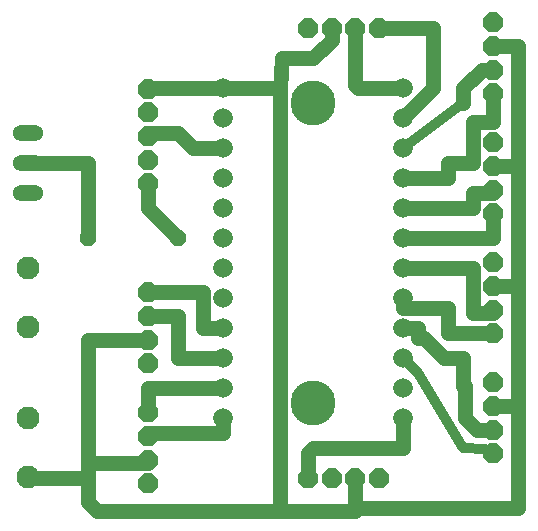
<source format=gbr>
%TF.GenerationSoftware,KiCad,Pcbnew,8.0.7*%
%TF.CreationDate,2025-04-10T14:03:16-05:00*%
%TF.ProjectId,AgBot_V2,4167426f-745f-4563-922e-6b696361645f,rev?*%
%TF.SameCoordinates,Original*%
%TF.FileFunction,Copper,L16,Bot*%
%TF.FilePolarity,Positive*%
%FSLAX46Y46*%
G04 Gerber Fmt 4.6, Leading zero omitted, Abs format (unit mm)*
G04 Created by KiCad (PCBNEW 8.0.7) date 2025-04-10 14:03:16*
%MOMM*%
%LPD*%
G01*
G04 APERTURE LIST*
G04 Aperture macros list*
%AMOutline5P*
0 Free polygon, 5 corners , with rotation*
0 The origin of the aperture is its center*
0 number of corners: always 5*
0 $1 to $10 corner X, Y*
0 $11 Rotation angle, in degrees counterclockwise*
0 create outline with 5 corners*
4,1,5,$1,$2,$3,$4,$5,$6,$7,$8,$9,$10,$1,$2,$11*%
%AMOutline6P*
0 Free polygon, 6 corners , with rotation*
0 The origin of the aperture is its center*
0 number of corners: always 6*
0 $1 to $12 corner X, Y*
0 $13 Rotation angle, in degrees counterclockwise*
0 create outline with 6 corners*
4,1,6,$1,$2,$3,$4,$5,$6,$7,$8,$9,$10,$11,$12,$1,$2,$13*%
%AMOutline7P*
0 Free polygon, 7 corners , with rotation*
0 The origin of the aperture is its center*
0 number of corners: always 7*
0 $1 to $14 corner X, Y*
0 $15 Rotation angle, in degrees counterclockwise*
0 create outline with 7 corners*
4,1,7,$1,$2,$3,$4,$5,$6,$7,$8,$9,$10,$11,$12,$13,$14,$1,$2,$15*%
%AMOutline8P*
0 Free polygon, 8 corners , with rotation*
0 The origin of the aperture is its center*
0 number of corners: always 8*
0 $1 to $16 corner X, Y*
0 $17 Rotation angle, in degrees counterclockwise*
0 create outline with 8 corners*
4,1,8,$1,$2,$3,$4,$5,$6,$7,$8,$9,$10,$11,$12,$13,$14,$15,$16,$1,$2,$17*%
G04 Aperture macros list end*
%TA.AperFunction,ComponentPad*%
%ADD10C,3.810000*%
%TD*%
%TA.AperFunction,ComponentPad*%
%ADD11C,1.665000*%
%TD*%
%TA.AperFunction,ComponentPad*%
%ADD12Outline8P,-0.660400X0.273547X-0.273547X0.660400X0.273547X0.660400X0.660400X0.273547X0.660400X-0.273547X0.273547X-0.660400X-0.273547X-0.660400X-0.660400X-0.273547X180.000000*%
%TD*%
%TA.AperFunction,ComponentPad*%
%ADD13Outline8P,-0.838200X0.347194X-0.347194X0.838200X0.347194X0.838200X0.838200X0.347194X0.838200X-0.347194X0.347194X-0.838200X-0.347194X-0.838200X-0.838200X-0.347194X90.000000*%
%TD*%
%TA.AperFunction,ComponentPad*%
%ADD14Outline8P,-0.838200X0.347194X-0.347194X0.838200X0.347194X0.838200X0.838200X0.347194X0.838200X-0.347194X0.347194X-0.838200X-0.347194X-0.838200X-0.838200X-0.347194X180.000000*%
%TD*%
%TA.AperFunction,ComponentPad*%
%ADD15Outline8P,-0.838200X0.347194X-0.347194X0.838200X0.347194X0.838200X0.838200X0.347194X0.838200X-0.347194X0.347194X-0.838200X-0.347194X-0.838200X-0.838200X-0.347194X270.000000*%
%TD*%
%TA.AperFunction,ComponentPad*%
%ADD16Outline8P,-0.838200X0.347194X-0.347194X0.838200X0.347194X0.838200X0.838200X0.347194X0.838200X-0.347194X0.347194X-0.838200X-0.347194X-0.838200X-0.838200X-0.347194X0.000000*%
%TD*%
%TA.AperFunction,ComponentPad*%
%ADD17O,2.641600X1.320800*%
%TD*%
%TA.AperFunction,ComponentPad*%
%ADD18C,1.950000*%
%TD*%
%TA.AperFunction,Conductor*%
%ADD19C,1.270000*%
%TD*%
%TA.AperFunction,Conductor*%
%ADD20C,0.812800*%
%TD*%
G04 APERTURE END LIST*
D10*
%TO.P,TCA9548A_MUX0,26*%
%TO.N,N/C*%
X153581100Y-117068600D03*
%TO.P,TCA9548A_MUX0,25*%
X153581100Y-91668600D03*
D11*
%TO.P,TCA9548A_MUX0,24*%
%TO.N,SCL7*%
X161201100Y-90398600D03*
%TO.P,TCA9548A_MUX0,23*%
%TO.N,SDA7*%
X161201100Y-92938600D03*
%TO.P,TCA9548A_MUX0,22*%
%TO.N,SCL6*%
X161201100Y-95478600D03*
%TO.P,TCA9548A_MUX0,21*%
%TO.N,SDA6*%
X161201100Y-98018600D03*
%TO.P,TCA9548A_MUX0,20*%
%TO.N,SCL5*%
X161201100Y-100558600D03*
%TO.P,TCA9548A_MUX0,19*%
%TO.N,SDA5*%
X161201100Y-103098600D03*
%TO.P,TCA9548A_MUX0,18*%
%TO.N,SCL4*%
X161201100Y-105638600D03*
%TO.P,TCA9548A_MUX0,17*%
%TO.N,SDA4*%
X161201100Y-108178600D03*
%TO.P,TCA9548A_MUX0,16*%
%TO.N,SCL3*%
X161201100Y-110718600D03*
%TO.P,TCA9548A_MUX0,15*%
%TO.N,SDA3*%
X161201100Y-113258600D03*
%TO.P,TCA9548A_MUX0,14*%
%TO.N,SCL2*%
X161201100Y-115798600D03*
%TO.P,TCA9548A_MUX0,13*%
%TO.N,SDA2*%
X161201100Y-118338600D03*
%TO.P,TCA9548A_MUX0,12*%
%TO.N,SCL1*%
X145961100Y-118338600D03*
%TO.P,TCA9548A_MUX0,11*%
%TO.N,SDA1*%
X145961100Y-115798600D03*
%TO.P,TCA9548A_MUX0,10*%
%TO.N,SCL0*%
X145961100Y-113258600D03*
%TO.P,TCA9548A_MUX0,9*%
%TO.N,SDA0*%
X145961100Y-110718600D03*
%TO.P,TCA9548A_MUX0,8*%
%TO.N,N/C*%
X145961100Y-108178600D03*
%TO.P,TCA9548A_MUX0,7*%
X145961100Y-105638600D03*
%TO.P,TCA9548A_MUX0,6*%
X145961100Y-103098600D03*
%TO.P,TCA9548A_MUX0,5*%
X145961100Y-100558600D03*
%TO.P,TCA9548A_MUX0,4*%
%TO.N,SCL*%
X145961100Y-98018600D03*
%TO.P,TCA9548A_MUX0,3*%
%TO.N,SDA*%
X145961100Y-95478600D03*
%TO.P,TCA9548A_MUX0,2*%
%TO.N,GND*%
X145961100Y-92938600D03*
%TO.P,TCA9548A_MUX0,1*%
%TO.N,5V*%
X145961100Y-90398600D03*
%TD*%
D12*
%TO.P,R1,2*%
%TO.N,N$1*%
X134531100Y-103098600D03*
%TO.P,R1,1*%
%TO.N,SWITCH_VIN*%
X142151100Y-103098600D03*
%TD*%
D13*
%TO.P,BNO_1,1*%
%TO.N,SDA0*%
X139611100Y-107718600D03*
%TO.P,BNO_1,2*%
%TO.N,SCL0*%
X139611100Y-109718600D03*
%TO.P,BNO_1,3*%
%TO.N,5V*%
X139611100Y-111718600D03*
%TO.P,BNO_1,4*%
%TO.N,GND*%
X139611100Y-113718600D03*
%TD*%
%TO.P,BNO_2,1*%
%TO.N,SDA1*%
X139611100Y-117878600D03*
%TO.P,BNO_2,2*%
%TO.N,SCL1*%
X139611100Y-119878600D03*
%TO.P,BNO_2,3*%
%TO.N,5V*%
X139611100Y-121878600D03*
%TO.P,BNO_2,4*%
%TO.N,GND*%
X139611100Y-123878600D03*
%TD*%
D14*
%TO.P,BNO_3,1*%
%TO.N,SDA2*%
X153121100Y-123418600D03*
%TO.P,BNO_3,2*%
%TO.N,SCL2*%
X155121100Y-123418600D03*
%TO.P,BNO_3,3*%
%TO.N,5V*%
X157121100Y-123418600D03*
%TO.P,BNO_3,4*%
%TO.N,GND*%
X159121100Y-123418600D03*
%TD*%
D15*
%TO.P,BNO_4,1*%
%TO.N,SDA3*%
X168821100Y-121338600D03*
%TO.P,BNO_4,2*%
%TO.N,SCL3*%
X168821100Y-119338600D03*
%TO.P,BNO_4,3*%
%TO.N,5V*%
X168821100Y-117338600D03*
%TO.P,BNO_4,4*%
%TO.N,GND*%
X168821100Y-115338600D03*
%TD*%
%TO.P,BNO_5,1*%
%TO.N,SDA4*%
X168821100Y-111178600D03*
%TO.P,BNO_5,2*%
%TO.N,SCL4*%
X168821100Y-109178600D03*
%TO.P,BNO_5,3*%
%TO.N,5V*%
X168821100Y-107178600D03*
%TO.P,BNO_5,4*%
%TO.N,GND*%
X168821100Y-105178600D03*
%TD*%
%TO.P,BNO_6,1*%
%TO.N,SDA5*%
X168821100Y-101018600D03*
%TO.P,BNO_6,2*%
%TO.N,SCL5*%
X168821100Y-99018600D03*
%TO.P,BNO_6,3*%
%TO.N,5V*%
X168821100Y-97018600D03*
%TO.P,BNO_6,4*%
%TO.N,GND*%
X168821100Y-95018600D03*
%TD*%
%TO.P,BNO_7,1*%
%TO.N,SDA6*%
X168821100Y-90858600D03*
%TO.P,BNO_7,2*%
%TO.N,SCL6*%
X168821100Y-88858600D03*
%TO.P,BNO_7,3*%
%TO.N,5V*%
X168821100Y-86858600D03*
%TO.P,BNO_7,4*%
%TO.N,GND*%
X168821100Y-84858600D03*
%TD*%
D16*
%TO.P,BNO_8,1*%
%TO.N,SDA7*%
X159121100Y-85318600D03*
%TO.P,BNO_8,2*%
%TO.N,SCL7*%
X157121100Y-85318600D03*
%TO.P,BNO_8,3*%
%TO.N,5V*%
X155121100Y-85318600D03*
%TO.P,BNO_8,4*%
%TO.N,GND*%
X153121100Y-85318600D03*
%TD*%
D17*
%TO.P,T1,B*%
%TO.N,N$1*%
X129451100Y-96748600D03*
%TO.P,T1,C*%
%TO.N,SWITCH_VCC*%
X129451100Y-99288600D03*
%TO.P,T1,E*%
%TO.N,GND*%
X129451100Y-94208600D03*
%TD*%
D13*
%TO.P,JETSON,1*%
%TO.N,5V*%
X139611100Y-90478600D03*
%TO.P,JETSON,2*%
%TO.N,GND*%
X139611100Y-92478600D03*
%TO.P,JETSON,3*%
%TO.N,SDA*%
X139611100Y-94478600D03*
%TO.P,JETSON,4*%
%TO.N,SCL*%
X139611100Y-96478600D03*
%TO.P,JETSON,5*%
%TO.N,SWITCH_VIN*%
X139611100Y-98478600D03*
%TD*%
D18*
%TO.P,POWER_IN,2*%
%TO.N,GND*%
X129451100Y-118378600D03*
%TO.P,POWER_IN,1*%
%TO.N,5V*%
X129451100Y-123378600D03*
%TD*%
%TO.P,VICON,2*%
%TO.N,GND*%
X129451100Y-110678600D03*
%TO.P,VICON,1*%
%TO.N,SWITCH_VCC*%
X129451100Y-105678600D03*
%TD*%
D19*
%TO.N,N$1*%
X134531100Y-96748600D02*
X134531100Y-103098600D01*
X129451100Y-96748600D02*
X134531100Y-96748600D01*
%TO.N,SWITCH_VIN*%
X139611100Y-100558600D02*
X139611100Y-98478600D01*
X142151100Y-103098600D02*
X139611100Y-100558600D01*
%TO.N,5V*%
X150787100Y-126212600D02*
X157137100Y-126212600D01*
X157137100Y-126212600D02*
X157391100Y-125958600D01*
X135242300Y-126212600D02*
X134531100Y-125501400D01*
X150787100Y-126212600D02*
X135242300Y-126212600D01*
X170903900Y-125958600D02*
X170903900Y-117338600D01*
X157391100Y-125958600D02*
X170903900Y-125958600D01*
X157121100Y-125688600D02*
X157391100Y-125958600D01*
X157121100Y-123418600D02*
X157121100Y-125688600D01*
X155121100Y-86318600D02*
X155121100Y-85318600D01*
X153581100Y-87858600D02*
X155121100Y-86318600D01*
X150956434Y-87858600D02*
X153581100Y-87858600D01*
X129491100Y-123418600D02*
X134531100Y-123418600D01*
X129451100Y-123378600D02*
X129491100Y-123418600D01*
X145961100Y-90398600D02*
X139691100Y-90398600D01*
X139691100Y-90398600D02*
X139611100Y-90478600D01*
X150787100Y-90398600D02*
X150956434Y-87858600D01*
X170903900Y-117338600D02*
X170903900Y-107178600D01*
X168821100Y-117338600D02*
X170903900Y-117338600D01*
X170903900Y-107178600D02*
X170903900Y-97018600D01*
X168821100Y-107178600D02*
X170903900Y-107178600D01*
X170903900Y-97018600D02*
X170903900Y-86858600D01*
X168821100Y-97018600D02*
X170903900Y-97018600D01*
X170903900Y-86858600D02*
X168821100Y-86858600D01*
X139611100Y-122148600D02*
X134531100Y-122148600D01*
X139611100Y-121878600D02*
X139611100Y-122148600D01*
X134531100Y-111718600D02*
X134531100Y-122148600D01*
X134531100Y-123418600D02*
X134531100Y-125501400D01*
X134531100Y-122148600D02*
X134531100Y-123418600D01*
X139611100Y-111718600D02*
X134531100Y-111718600D01*
X145961100Y-90398600D02*
X150787100Y-90398600D01*
X150787100Y-126212600D02*
X150787100Y-90398600D01*
%TO.N,SCL7*%
X157121100Y-90128600D02*
X157121100Y-85318600D01*
X157391100Y-90398600D02*
X157121100Y-90128600D01*
X161201100Y-90398600D02*
X157391100Y-90398600D01*
%TO.N,SDA7*%
X163741100Y-90398600D02*
X163741100Y-85318600D01*
X163741100Y-85318600D02*
X159121100Y-85318600D01*
X161201100Y-92938600D02*
X163741100Y-90398600D01*
D20*
%TO.N,SCL6*%
X161201100Y-95478600D02*
X166281100Y-91668600D01*
D19*
X167821100Y-88858600D02*
X168821100Y-88858600D01*
X166281100Y-90398600D02*
X167821100Y-88858600D01*
X166281100Y-91668600D02*
X166281100Y-90398600D01*
%TO.N,SDA6*%
X167093900Y-96748600D02*
X165011100Y-96748600D01*
X168821100Y-90858600D02*
X168821100Y-93291400D01*
X165011100Y-98018600D02*
X161201100Y-98018600D01*
X165011100Y-96748600D02*
X165011100Y-98018600D01*
X167093900Y-93291400D02*
X167093900Y-96748600D01*
X168821100Y-93291400D02*
X167093900Y-93291400D01*
%TO.N,SCL5*%
X167093900Y-100558600D02*
X161201100Y-100558600D01*
X167093900Y-99291400D02*
X167093900Y-100558600D01*
X168821100Y-99291400D02*
X167093900Y-99291400D01*
X168821100Y-99018600D02*
X168821100Y-99291400D01*
%TO.N,SDA5*%
X168821100Y-103098600D02*
X161201100Y-103098600D01*
X168821100Y-101018600D02*
X168821100Y-103098600D01*
%TO.N,SCL4*%
X167093900Y-109448600D02*
X167093900Y-105638600D01*
X168821100Y-109448600D02*
X167093900Y-109448600D01*
X167093900Y-105638600D02*
X161201100Y-105638600D01*
X168821100Y-109178600D02*
X168821100Y-109448600D01*
%TO.N,SDA4*%
X165011100Y-111178600D02*
X165011100Y-108997100D01*
X161201100Y-108997100D02*
X161201100Y-108178600D01*
X165011100Y-108997100D02*
X161201100Y-108997100D01*
X168821100Y-111178600D02*
X165011100Y-111178600D01*
%TO.N,SCL3*%
X166281100Y-113258600D02*
X164644100Y-113258600D01*
X166281100Y-115646200D02*
X166281100Y-113258600D01*
X162471100Y-110718600D02*
X161201100Y-110718600D01*
X164644100Y-113258600D02*
X162922600Y-111537100D01*
X162471100Y-111537100D02*
X162471100Y-110718600D01*
X162922600Y-111537100D02*
X162471100Y-111537100D01*
X166433500Y-115646200D02*
X166281100Y-115646200D01*
X166433500Y-118338600D02*
X166433500Y-115646200D01*
X167433500Y-119338600D02*
X166433500Y-118338600D01*
X168821100Y-119338600D02*
X167433500Y-119338600D01*
D20*
%TO.N,SDA3*%
X168821100Y-121338600D02*
X168147750Y-120964200D01*
X162471100Y-114528600D02*
X161201100Y-113258600D01*
X166281100Y-120878600D02*
X162471100Y-114528600D01*
X168147750Y-120964200D02*
X166281100Y-120878600D01*
D19*
%TO.N,SDA2*%
X161201100Y-120878600D02*
X161201100Y-118338600D01*
X153581100Y-120878600D02*
X161201100Y-120878600D01*
X153121100Y-121338600D02*
X153581100Y-120878600D01*
X153121100Y-123418600D02*
X153121100Y-121338600D01*
%TO.N,SCL1*%
X145961100Y-119608600D02*
X145961100Y-118338600D01*
X139611100Y-119608600D02*
X145961100Y-119608600D01*
X139611100Y-119878600D02*
X139611100Y-119608600D01*
%TO.N,SDA1*%
X139611100Y-115798600D02*
X145961100Y-115798600D01*
X139611100Y-117878600D02*
X139611100Y-115798600D01*
%TO.N,SCL0*%
X142151100Y-113258600D02*
X145961100Y-113258600D01*
X142151100Y-109718600D02*
X142151100Y-113258600D01*
X139611100Y-109718600D02*
X142151100Y-109718600D01*
%TO.N,SDA0*%
X144239600Y-107718600D02*
X144239600Y-110718600D01*
X144239600Y-110718600D02*
X145961100Y-110718600D01*
X139611100Y-107718600D02*
X144239600Y-107718600D01*
%TO.N,SDA*%
X139881100Y-94208600D02*
X139611100Y-94478600D01*
X142151100Y-94208600D02*
X139881100Y-94208600D01*
X143421100Y-95478600D02*
X142151100Y-94208600D01*
X145961100Y-95478600D02*
X143421100Y-95478600D01*
%TD*%
M02*

</source>
